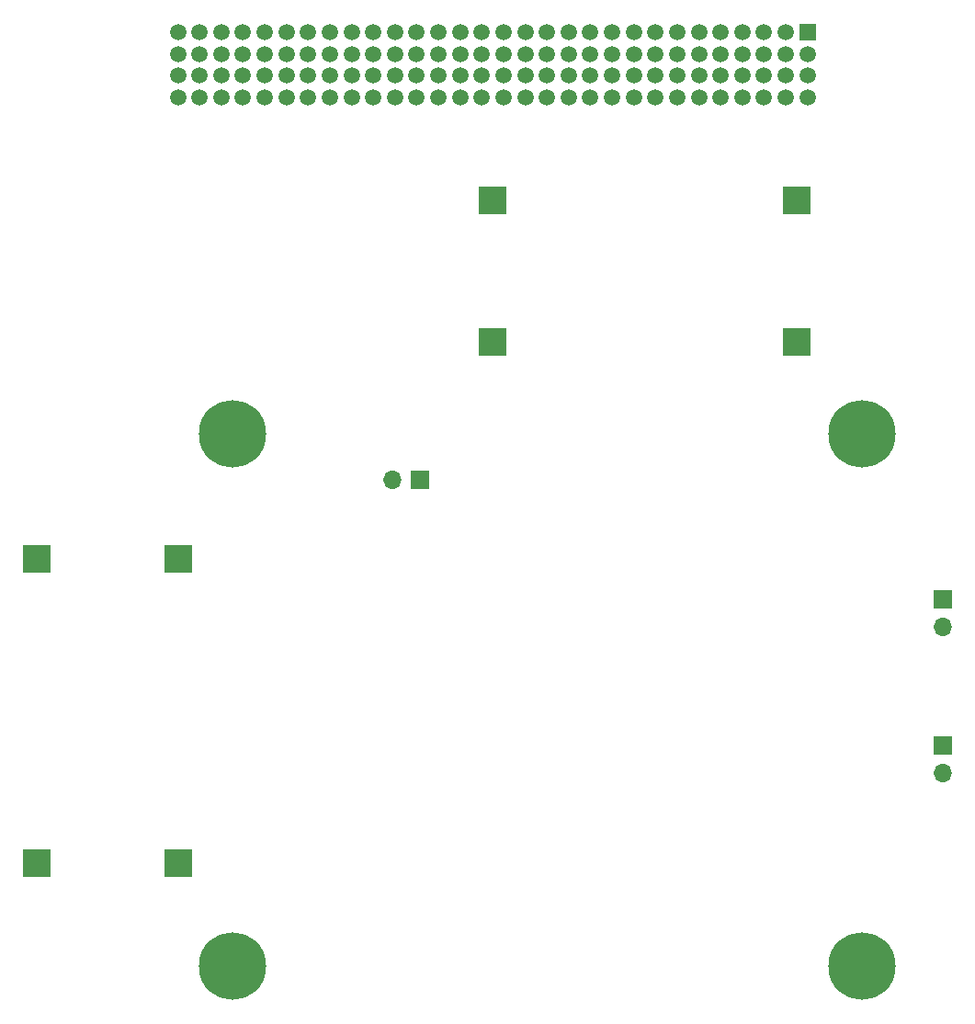
<source format=gbr>
%TF.GenerationSoftware,KiCad,Pcbnew,8.0.0*%
%TF.CreationDate,2025-01-17T03:21:48+02:00*%
%TF.ProjectId,diplomna_2024_solar_pcb_layout,6469706c-6f6d-46e6-915f-323032345f73,rev?*%
%TF.SameCoordinates,Original*%
%TF.FileFunction,Copper,L4,Bot*%
%TF.FilePolarity,Positive*%
%FSLAX46Y46*%
G04 Gerber Fmt 4.6, Leading zero omitted, Abs format (unit mm)*
G04 Created by KiCad (PCBNEW 8.0.0) date 2025-01-17 03:21:48*
%MOMM*%
%LPD*%
G01*
G04 APERTURE LIST*
%TA.AperFunction,ComponentPad*%
%ADD10R,2.500000X2.500000*%
%TD*%
%TA.AperFunction,ComponentPad*%
%ADD11R,1.700000X1.700000*%
%TD*%
%TA.AperFunction,ComponentPad*%
%ADD12O,1.700000X1.700000*%
%TD*%
%TA.AperFunction,ComponentPad*%
%ADD13C,6.200000*%
%TD*%
%TA.AperFunction,ComponentPad*%
%ADD14R,1.500000X1.500000*%
%TD*%
%TA.AperFunction,ComponentPad*%
%ADD15C,1.500000*%
%TD*%
G04 APERTURE END LIST*
D10*
%TO.P,REF\u002A\u002A,1*%
%TO.N,vdd*%
X198000000Y-109000000D03*
%TD*%
%TO.P,REF\u002A\u002A,1*%
%TO.N,BAT-OUT*%
X198000000Y-137000000D03*
%TD*%
%TO.P,REF\u002A\u002A,1*%
%TO.N,GND*%
X185000000Y-137000000D03*
%TD*%
%TO.P,REF\u002A\u002A,1*%
%TO.N,GND*%
X185000000Y-109000000D03*
%TD*%
%TO.P,REF\u002A\u002A,1*%
%TO.N,GND*%
X227000000Y-89000000D03*
%TD*%
%TO.P,REF\u002A\u002A,1*%
%TO.N,vdd*%
X227000000Y-76000000D03*
%TD*%
%TO.P,REF\u002A\u002A,1*%
%TO.N,BAT-OUT*%
X255000000Y-76000000D03*
%TD*%
%TO.P,REF\u002A\u002A,1*%
%TO.N,GND*%
X255000000Y-89000000D03*
%TD*%
D11*
%TO.P,REF\u002A\u002A,1*%
%TO.N,-*%
X220275000Y-101725000D03*
D12*
%TO.P,REF\u002A\u002A,2*%
%TO.N,+*%
X217735000Y-101725000D03*
%TD*%
D11*
%TO.P,REF\u002A\u002A,1*%
%TO.N,-*%
X268500000Y-112725000D03*
D12*
%TO.P,REF\u002A\u002A,2*%
%TO.N,+*%
X268500000Y-115265000D03*
%TD*%
D11*
%TO.P,REF\u002A\u002A,1*%
%TO.N,GND*%
X268500000Y-126225000D03*
D12*
%TO.P,REF\u002A\u002A,2*%
%TO.N,BAT-IN*%
X268500000Y-128765000D03*
%TD*%
D13*
%TO.P,,S1*%
%TO.N,N/C*%
X203000000Y-97500000D03*
X203000000Y-146500000D03*
%TO.P,,S2*%
X261000000Y-97500000D03*
%TO.P,,S3*%
X261000000Y-146500000D03*
%TD*%
D14*
%TO.P,J\u002A\u002A,1*%
%TO.N,GND*%
X256000000Y-60500000D03*
D15*
%TO.P,J\u002A\u002A,2*%
X254000000Y-60500000D03*
%TO.P,J\u002A\u002A,3*%
%TO.N,N/C*%
X252000000Y-60500000D03*
%TO.P,J\u002A\u002A,4*%
X250000000Y-60500000D03*
%TO.P,J\u002A\u002A,5*%
X248000000Y-60500000D03*
%TO.P,J\u002A\u002A,6*%
X246000000Y-60500000D03*
%TO.P,J\u002A\u002A,7*%
X244000000Y-60500000D03*
%TO.P,J\u002A\u002A,8*%
X242000000Y-60500000D03*
%TO.P,J\u002A\u002A,9*%
X240000000Y-60500000D03*
%TO.P,J\u002A\u002A,10*%
X238000000Y-60500000D03*
%TO.P,J\u002A\u002A,11*%
X236000000Y-60500000D03*
%TO.P,J\u002A\u002A,12*%
X234000000Y-60500000D03*
%TO.P,J\u002A\u002A,13*%
X232000000Y-60500000D03*
%TO.P,J\u002A\u002A,14*%
X230000000Y-60500000D03*
%TO.P,J\u002A\u002A,15*%
X228000000Y-60500000D03*
%TO.P,J\u002A\u002A,16*%
X226000000Y-60500000D03*
%TO.P,J\u002A\u002A,17*%
X224000000Y-60500000D03*
%TO.P,J\u002A\u002A,18*%
X222000000Y-60500000D03*
%TO.P,J\u002A\u002A,19*%
X220000000Y-60500000D03*
%TO.P,J\u002A\u002A,20*%
X218000000Y-60500000D03*
%TO.P,J\u002A\u002A,21*%
X216000000Y-60500000D03*
%TO.P,J\u002A\u002A,22*%
X214000000Y-60500000D03*
%TO.P,J\u002A\u002A,23*%
X212000000Y-60500000D03*
%TO.P,J\u002A\u002A,24*%
X210000000Y-60500000D03*
%TO.P,J\u002A\u002A,25*%
X208000000Y-60500000D03*
%TO.P,J\u002A\u002A,26*%
X206000000Y-60500000D03*
%TO.P,J\u002A\u002A,27*%
X204000000Y-60500000D03*
%TO.P,J\u002A\u002A,28*%
X202000000Y-60500000D03*
%TO.P,J\u002A\u002A,29*%
X200000000Y-60500000D03*
%TO.P,J\u002A\u002A,30*%
%TO.N,GND*%
X198000000Y-60500000D03*
%TO.P,J\u002A\u002A,31*%
X256000000Y-62500000D03*
%TO.P,J\u002A\u002A,32*%
%TO.N,N/C*%
X254000000Y-62500000D03*
%TO.P,J\u002A\u002A,33*%
X252000000Y-62500000D03*
%TO.P,J\u002A\u002A,34*%
X250000000Y-62500000D03*
%TO.P,J\u002A\u002A,35*%
X248000000Y-62500000D03*
%TO.P,J\u002A\u002A,36*%
X246000000Y-62500000D03*
%TO.P,J\u002A\u002A,37*%
X244000000Y-62500000D03*
%TO.P,J\u002A\u002A,38*%
X242000000Y-62500000D03*
%TO.P,J\u002A\u002A,39*%
X240000000Y-62500000D03*
%TO.P,J\u002A\u002A,40*%
X238000000Y-62500000D03*
%TO.P,J\u002A\u002A,41*%
X236000000Y-62500000D03*
%TO.P,J\u002A\u002A,42*%
X234000000Y-62500000D03*
%TO.P,J\u002A\u002A,43*%
X232000000Y-62500000D03*
%TO.P,J\u002A\u002A,44*%
X230000000Y-62500000D03*
%TO.P,J\u002A\u002A,45*%
X228000000Y-62500000D03*
%TO.P,J\u002A\u002A,46*%
X226000000Y-62500000D03*
%TO.P,J\u002A\u002A,47*%
X224000000Y-62500000D03*
%TO.P,J\u002A\u002A,48*%
X222000000Y-62500000D03*
%TO.P,J\u002A\u002A,49*%
X220000000Y-62500000D03*
%TO.P,J\u002A\u002A,50*%
X218000000Y-62500000D03*
%TO.P,J\u002A\u002A,51*%
X216000000Y-62500000D03*
%TO.P,J\u002A\u002A,52*%
X214000000Y-62500000D03*
%TO.P,J\u002A\u002A,53*%
X212000000Y-62500000D03*
%TO.P,J\u002A\u002A,54*%
X210000000Y-62500000D03*
%TO.P,J\u002A\u002A,55*%
X208000000Y-62500000D03*
%TO.P,J\u002A\u002A,56*%
X206000000Y-62500000D03*
%TO.P,J\u002A\u002A,57*%
X204000000Y-62500000D03*
%TO.P,J\u002A\u002A,58*%
X202000000Y-62500000D03*
%TO.P,J\u002A\u002A,59*%
X200000000Y-62500000D03*
%TO.P,J\u002A\u002A,60*%
X198000000Y-62500000D03*
%TO.P,J\u002A\u002A,61*%
%TO.N,BAT-IN*%
X256000000Y-64500000D03*
%TO.P,J\u002A\u002A,62*%
%TO.N,N/C*%
X254000000Y-64500000D03*
%TO.P,J\u002A\u002A,63*%
X252000000Y-64500000D03*
%TO.P,J\u002A\u002A,64*%
X250000000Y-64500000D03*
%TO.P,J\u002A\u002A,65*%
X248000000Y-64500000D03*
%TO.P,J\u002A\u002A,66*%
X246000000Y-64500000D03*
%TO.P,J\u002A\u002A,67*%
X244000000Y-64500000D03*
%TO.P,J\u002A\u002A,68*%
X242000000Y-64500000D03*
%TO.P,J\u002A\u002A,69*%
X240000000Y-64500000D03*
%TO.P,J\u002A\u002A,70*%
X238000000Y-64500000D03*
%TO.P,J\u002A\u002A,71*%
X236000000Y-64500000D03*
%TO.P,J\u002A\u002A,72*%
X234000000Y-64500000D03*
%TO.P,J\u002A\u002A,73*%
X232000000Y-64500000D03*
%TO.P,J\u002A\u002A,74*%
X230000000Y-64500000D03*
%TO.P,J\u002A\u002A,75*%
X228000000Y-64500000D03*
%TO.P,J\u002A\u002A,76*%
X226000000Y-64500000D03*
%TO.P,J\u002A\u002A,77*%
X224000000Y-64500000D03*
%TO.P,J\u002A\u002A,78*%
X222000000Y-64500000D03*
%TO.P,J\u002A\u002A,79*%
X220000000Y-64500000D03*
%TO.P,J\u002A\u002A,80*%
X218000000Y-64500000D03*
%TO.P,J\u002A\u002A,81*%
X216000000Y-64500000D03*
%TO.P,J\u002A\u002A,82*%
X214000000Y-64500000D03*
%TO.P,J\u002A\u002A,83*%
X212000000Y-64500000D03*
%TO.P,J\u002A\u002A,84*%
X210000000Y-64500000D03*
%TO.P,J\u002A\u002A,85*%
X208000000Y-64500000D03*
%TO.P,J\u002A\u002A,86*%
X206000000Y-64500000D03*
%TO.P,J\u002A\u002A,87*%
X204000000Y-64500000D03*
%TO.P,J\u002A\u002A,88*%
X202000000Y-64500000D03*
%TO.P,J\u002A\u002A,89*%
X200000000Y-64500000D03*
%TO.P,J\u002A\u002A,90*%
%TO.N,vdd*%
X198000000Y-64500000D03*
%TO.P,J\u002A\u002A,91*%
%TO.N,BAT-OUT*%
X256000000Y-66500000D03*
%TO.P,J\u002A\u002A,92*%
%TO.N,N/C*%
X254000000Y-66500000D03*
%TO.P,J\u002A\u002A,93*%
X252000000Y-66500000D03*
%TO.P,J\u002A\u002A,94*%
X250000000Y-66500000D03*
%TO.P,J\u002A\u002A,95*%
X248000000Y-66500000D03*
%TO.P,J\u002A\u002A,96*%
X246000000Y-66500000D03*
%TO.P,J\u002A\u002A,97*%
X244000000Y-66500000D03*
%TO.P,J\u002A\u002A,98*%
X242000000Y-66500000D03*
%TO.P,J\u002A\u002A,99*%
X240000000Y-66500000D03*
%TO.P,J\u002A\u002A,100*%
X238000000Y-66500000D03*
%TO.P,J\u002A\u002A,101*%
X236000000Y-66500000D03*
%TO.P,J\u002A\u002A,102*%
X234000000Y-66500000D03*
%TO.P,J\u002A\u002A,103*%
X232000000Y-66500000D03*
%TO.P,J\u002A\u002A,104*%
X230000000Y-66500000D03*
%TO.P,J\u002A\u002A,105*%
X228000000Y-66500000D03*
%TO.P,J\u002A\u002A,106*%
X226000000Y-66500000D03*
%TO.P,J\u002A\u002A,107*%
X224000000Y-66500000D03*
%TO.P,J\u002A\u002A,108*%
X222000000Y-66500000D03*
%TO.P,J\u002A\u002A,109*%
X220000000Y-66500000D03*
%TO.P,J\u002A\u002A,110*%
X218000000Y-66500000D03*
%TO.P,J\u002A\u002A,111*%
X216000000Y-66500000D03*
%TO.P,J\u002A\u002A,112*%
X214000000Y-66500000D03*
%TO.P,J\u002A\u002A,113*%
X212000000Y-66500000D03*
%TO.P,J\u002A\u002A,114*%
X210000000Y-66500000D03*
%TO.P,J\u002A\u002A,115*%
X208000000Y-66500000D03*
%TO.P,J\u002A\u002A,116*%
X206000000Y-66500000D03*
%TO.P,J\u002A\u002A,117*%
X204000000Y-66500000D03*
%TO.P,J\u002A\u002A,118*%
X202000000Y-66500000D03*
%TO.P,J\u002A\u002A,119*%
X200000000Y-66500000D03*
%TO.P,J\u002A\u002A,120*%
%TO.N,vdd*%
X198000000Y-66500000D03*
%TD*%
M02*

</source>
